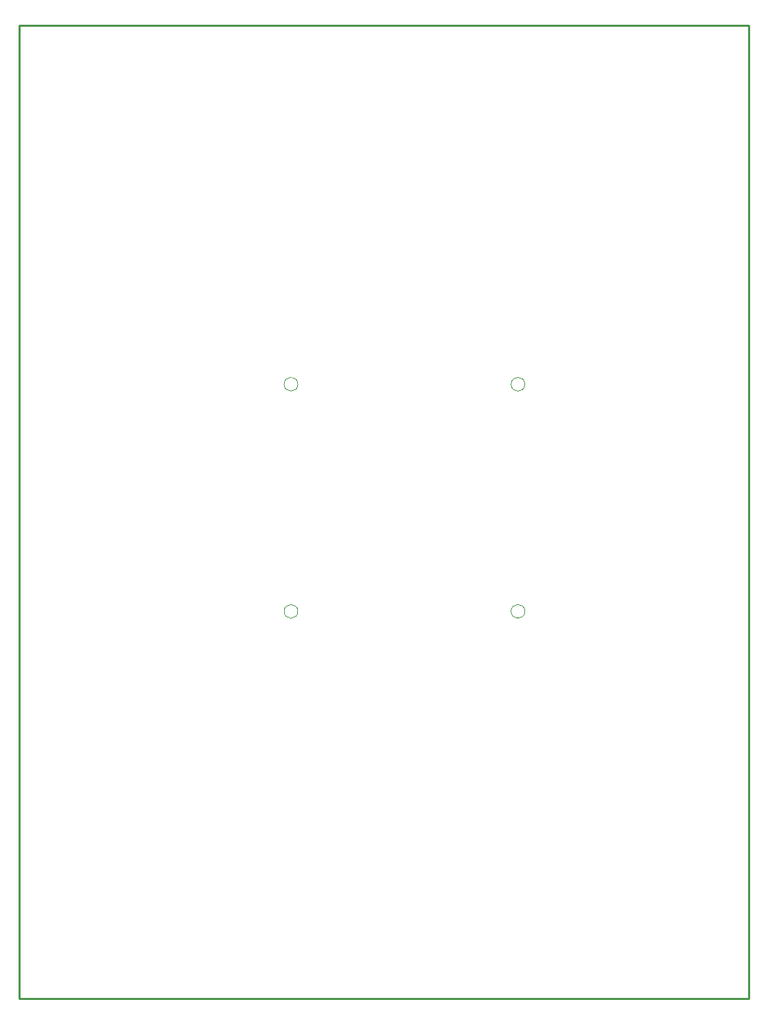
<source format=gbr>
G04 #@! TF.GenerationSoftware,KiCad,Pcbnew,5.0.0-rc3-6a2723a~65~ubuntu16.04.1*
G04 #@! TF.CreationDate,2018-11-29T22:42:40+06:00*
G04 #@! TF.ProjectId,Ki5,4B69352E6B696361645F706362000000,rev?*
G04 #@! TF.SameCoordinates,Original*
G04 #@! TF.FileFunction,Profile,NP*
%FSLAX46Y46*%
G04 Gerber Fmt 4.6, Leading zero omitted, Abs format (unit mm)*
G04 Created by KiCad (PCBNEW 5.0.0-rc3-6a2723a~65~ubuntu16.04.1) date Thu Nov 29 22:42:40 2018*
%MOMM*%
%LPD*%
G01*
G04 APERTURE LIST*
%ADD10C,0.100000*%
%ADD11C,0.254000*%
G04 APERTURE END LIST*
D10*
X91261200Y-72856200D02*
G75*
G03X91261200Y-72856200I-850000J0D01*
G01*
X63261200Y-72856200D02*
G75*
G03X63261200Y-72856200I-850000J0D01*
G01*
X91261200Y-100856200D02*
G75*
G03X91261200Y-100856200I-850000J0D01*
G01*
X63261200Y-100856200D02*
G75*
G03X63261200Y-100856200I-850000J0D01*
G01*
D11*
X28897600Y-148590000D02*
X118897600Y-148590000D01*
X118897600Y-148590000D02*
X118897600Y-28590000D01*
X28897600Y-148590000D02*
X28897600Y-28590000D01*
X28897600Y-28590000D02*
X118897600Y-28590000D01*
M02*

</source>
